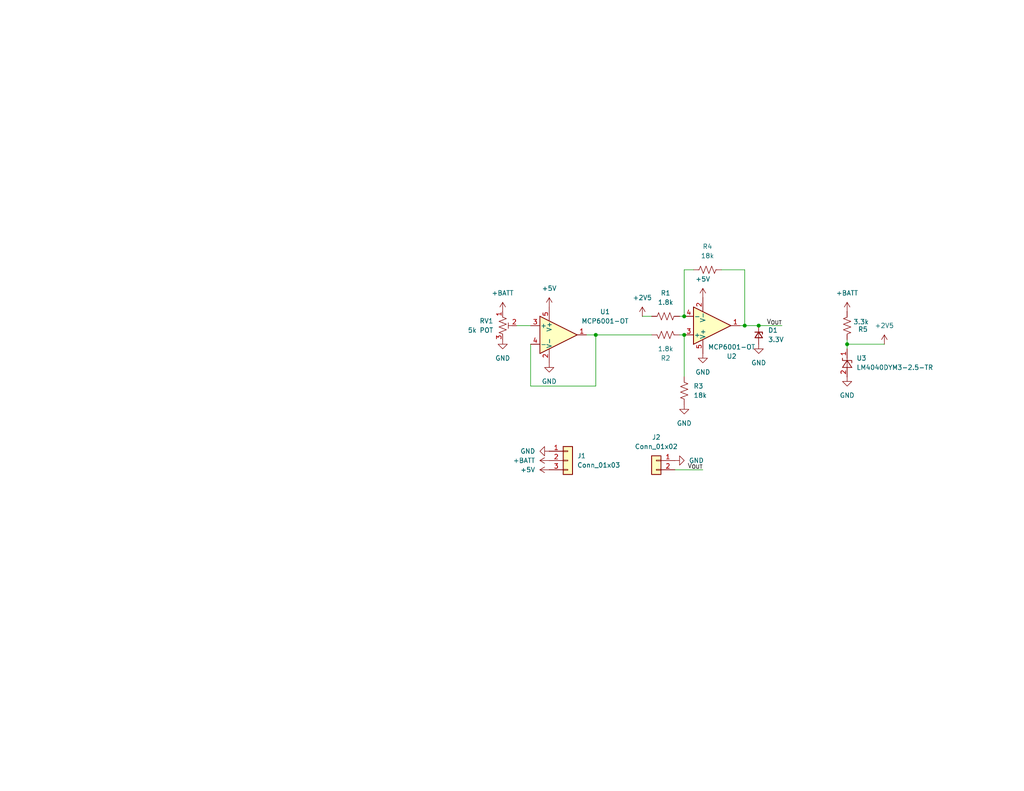
<source format=kicad_sch>
(kicad_sch (version 20231120) (generator "eeschema") (generator_version "8.0")
  (paper "USLetter")
  (title_block (rev "1") (comment 1 "Design for JLCPCB 1-2 Layer Service"))
  (lib_symbols
    (symbol "Amplifier_Operational:MCP6001-OT" (pin_names (offset 0.127))
      (property "Reference" "U" (at -1.27 6.35 0))
      (property "Value" "MCP6001-OT" (at -1.27 3.81 0))
      (symbol "MCP6001-OT_0_1"
        (polyline (pts (xy -5.08 5.08) (xy 5.08 0) (xy -5.08 -5.08) (xy -5.08 5.08)) (stroke (width 0.254)) (fill (type background)))
        (pin power_in line (at -2.54 -7.62 90) (length 3.81) (name "V-") (number "2"))
        (pin power_in line (at -2.54 7.62 270) (length 3.81) (name "V+") (number "5"))
      )
      (symbol "MCP6001-OT_1_1"
        (pin output line (at 7.62 0 180) (length 2.54) (name "~") (number "1"))
        (pin input line (at -7.62 2.54 0) (length 2.54) (name "+") (number "3"))
        (pin input line (at -7.62 -2.54 0) (length 2.54) (name "-") (number "4"))
      )
    )
    (symbol "Connector_Generic:Conn_01x02" (pin_names (offset 1.016) hide)
      (property "Reference" "J" (at 0 2.54 0))
      (property "Value" "Conn_01x02" (at 0 -5.08 0))
      (symbol "Conn_01x02_1_1"
        (rectangle (start -1.27 -2.413) (end 0 -2.667) (stroke (width 0.1524)))
        (rectangle (start -1.27 0.127) (end 0 -0.127) (stroke (width 0.1524)))
        (rectangle (start -1.27 1.27) (end 1.27 -3.81) (stroke (width 0.254)) (fill (type background)))
        (pin passive line (at -5.08 0 0) (length 3.81) (name "Pin_1") (number "1"))
        (pin passive line (at -5.08 -2.54 0) (length 3.81) (name "Pin_2") (number "2"))
      )
    )
    (symbol "Connector_Generic:Conn_01x03" (pin_names (offset 1.016) hide)
      (property "Reference" "J" (at 0 5.08 0))
      (property "Value" "Conn_01x03" (at 0 -5.08 0))
      (symbol "Conn_01x03_1_1"
        (rectangle (start -1.27 -2.413) (end 0 -2.667) (stroke (width 0.1524)))
        (rectangle (start -1.27 0.127) (end 0 -0.127) (stroke (width 0.1524)))
        (rectangle (start -1.27 2.667) (end 0 2.413) (stroke (width 0.1524)))
        (rectangle (start -1.27 3.81) (end 1.27 -3.81) (stroke (width 0.254)) (fill (type background)))
        (pin passive line (at -5.08 2.54 0) (length 3.81) (name "Pin_1") (number "1"))
        (pin passive line (at -5.08 0 0) (length 3.81) (name "Pin_2") (number "2"))
        (pin passive line (at -5.08 -2.54 0) (length 3.81) (name "Pin_3") (number "3"))
      )
    )
    (symbol "Device:D_Zener_Small" (pin_numbers hide) (pin_names (offset 0.254) hide)
      (property "Reference" "D" (at 0 2.286 0))
      (property "Value" "D_Zener_Small" (at 0 -2.286 0))
      (symbol "D_Zener_Small_0_1"
        (polyline (pts (xy 0.762 0) (xy -0.762 0)))
        (polyline (pts (xy -0.254 1.016) (xy -0.762 1.016) (xy -0.762 -1.016)) (stroke (width 0.254)))
        (polyline (pts (xy 0.762 1.016) (xy -0.762 0) (xy 0.762 -1.016) (xy 0.762 1.016)) (stroke (width 0.254)))
      )
      (symbol "D_Zener_Small_1_1"
        (pin passive line (at -2.54 0 0) (length 1.778) (name "K") (number "1"))
        (pin passive line (at 2.54 0 180) (length 1.778) (name "A") (number "2"))
      )
    )
    (symbol "Device:R_Potentiometer_Trim_US" (pin_names (offset 1.016) hide)
      (property "Reference" "RV" (at -4.445 0 90))
      (property "Value" "R_Potentiometer_Trim_US" (at -2.54 0 90))
      (symbol "R_Potentiometer_Trim_US_0_1"
        (polyline (pts (xy 0 -2.286) (xy 0 -2.54)))
        (polyline (pts (xy 0 2.286) (xy 0 2.54)))
        (polyline (pts (xy 1.524 0.762) (xy 1.524 -0.762)))
        (polyline (pts (xy 2.54 0) (xy 1.524 0)))
        (polyline (pts (xy 0 -0.762) (xy 1.016 -1.143) (xy 0 -1.524) (xy -1.016 -1.905) (xy 0 -2.286)))
        (polyline (pts (xy 0 0.762) (xy 1.016 0.381) (xy 0 0) (xy -1.016 -0.381) (xy 0 -0.762)))
        (polyline (pts (xy 0 2.286) (xy 1.016 1.905) (xy 0 1.524) (xy -1.016 1.143) (xy 0 0.762)))
      )
      (symbol "R_Potentiometer_Trim_US_1_1"
        (pin passive line (at 0 3.81 270) (length 1.27) (name "1") (number "1"))
        (pin passive line (at 3.81 0 180) (length 1.27) (name "2") (number "2"))
        (pin passive line (at 0 -3.81 90) (length 1.27) (name "3") (number "3"))
      )
    )
    (symbol "Device:R_US" (pin_numbers hide) (pin_names (offset 0))
      (property "Reference" "R" (at 2.54 0 90))
      (property "Value" "R_US" (at -2.54 0 90))
      (symbol "R_US_0_1"
        (polyline (pts (xy 0 -2.286) (xy 0 -2.54)))
        (polyline (pts (xy 0 2.286) (xy 0 2.54)))
        (polyline (pts (xy 0 -0.762) (xy 1.016 -1.143) (xy 0 -1.524) (xy -1.016 -1.905) (xy 0 -2.286)))
        (polyline (pts (xy 0 0.762) (xy 1.016 0.381) (xy 0 0) (xy -1.016 -0.381) (xy 0 -0.762)))
        (polyline (pts (xy 0 2.286) (xy 1.016 1.905) (xy 0 1.524) (xy -1.016 1.143) (xy 0 0.762)))
      )
      (symbol "R_US_1_1"
        (pin passive line (at 0 3.81 270) (length 1.27) (name "~") (number "1"))
        (pin passive line (at 0 -3.81 90) (length 1.27) (name "~") (number "2"))
      )
    )
    (symbol "Reference_Voltage:LM4040DBZ-2.5" (pin_names (offset 0.0254) hide)
      (property "Reference" "U" (at 0 2.54 0))
      (property "Value" "LM4040DBZ-2.5" (at 0 -3.175 0))
      (symbol "LM4040DBZ-2.5_0_1"
        (polyline (pts (xy -1.27 0) (xy 0 0) (xy 1.27 0)))
        (polyline (pts (xy -1.27 -1.27) (xy 0.635 0) (xy -1.27 1.27) (xy -1.27 -1.27)) (stroke (width 0.2032)))
        (polyline (pts (xy 0 -1.27) (xy 0.635 -1.27) (xy 0.635 1.27) (xy 1.27 1.27)) (stroke (width 0.2032)))
      )
      (symbol "LM4040DBZ-2.5_1_1"
        (pin passive line (at 3.81 0 180) (length 2.54) (name "K") (number "1"))
        (pin passive line (at -3.81 0 0) (length 2.54) (name "A") (number "2"))
        (pin no_connect line (at -1.27 0 0) (length 2.54) hide (name "NC") (number "3"))
      )
    )
    (symbol "power:+2V5" (power) (pin_numbers hide) (pin_names (offset 0) hide)
      (property "Value" "+2V5" (at 0 3.556 0))
      (symbol "+2V5_0_1"
        (polyline (pts (xy -0.762 1.27) (xy 0 2.54)))
        (polyline (pts (xy 0 0) (xy 0 2.54)))
        (polyline (pts (xy 0 2.54) (xy 0.762 1.27)))
      )
      (symbol "+2V5_1_1"
        (pin power_in line (at 0 0 90) (length 0) (name "~") (number "1"))
      )
    )
    (symbol "power:+5V" (power) (pin_numbers hide) (pin_names (offset 0) hide)
      (property "Value" "+5V" (at 0 3.556 0))
      (symbol "+5V_0_1"
        (polyline (pts (xy -0.762 1.27) (xy 0 2.54)))
        (polyline (pts (xy 0 0) (xy 0 2.54)))
        (polyline (pts (xy 0 2.54) (xy 0.762 1.27)))
      )
      (symbol "+5V_1_1"
        (pin power_in line (at 0 0 90) (length 0) (name "~") (number "1"))
      )
    )
    (symbol "power:+BATT" (power) (pin_numbers hide) (pin_names (offset 0) hide)
      (property "Value" "+BATT" (at 0 3.556 0))
      (symbol "+BATT_0_1"
        (polyline (pts (xy -0.762 1.27) (xy 0 2.54)))
        (polyline (pts (xy 0 0) (xy 0 2.54)))
        (polyline (pts (xy 0 2.54) (xy 0.762 1.27)))
      )
      (symbol "+BATT_1_1"
        (pin power_in line (at 0 0 90) (length 0) (name "~") (number "1"))
      )
    )
    (symbol "power:GND" (power) (pin_numbers hide) (pin_names (offset 0) hide)
      (property "Value" "GND" (at 0 -3.81 0))
      (symbol "GND_0_1"
        (polyline (pts (xy 0 0) (xy 0 -1.27) (xy 1.27 -1.27) (xy 0 -2.54) (xy -1.27 -1.27) (xy 0 -1.27)))
      )
      (symbol "GND_1_1"
        (pin power_in line (at 0 0 270) (length 0) (name "~") (number "1"))
      )
    )
  )
  (junction (at 231.14 93.98))
  (junction (at 207.01 88.9))
  (junction (at 203.2 88.9))
  (junction (at 162.56 91.44))
  (junction (at 186.69 91.44))
  (junction (at 186.69 86.36))
  (wire (pts (xy 191.77 128.27) (xy 184.15 128.27)))
  (wire (pts (xy 160.02 91.44) (xy 162.56 91.44)))
  (wire (pts (xy 189.23 73.66) (xy 186.69 73.66)))
  (wire (pts (xy 186.69 102.87) (xy 186.69 91.44)))
  (wire (pts (xy 241.3 93.98) (xy 231.14 93.98)))
  (wire (pts (xy 231.14 93.98) (xy 231.14 92.71)))
  (wire (pts (xy 196.85 73.66) (xy 203.2 73.66)))
  (wire (pts (xy 144.78 105.41) (xy 162.56 105.41)))
  (wire (pts (xy 185.42 86.36) (xy 186.69 86.36)))
  (wire (pts (xy 162.56 91.44) (xy 177.8 91.44)))
  (wire (pts (xy 162.56 105.41) (xy 162.56 91.44)))
  (wire (pts (xy 203.2 73.66) (xy 203.2 88.9)))
  (wire (pts (xy 231.14 95.25) (xy 231.14 93.98)))
  (wire (pts (xy 175.26 86.36) (xy 177.8 86.36)))
  (wire (pts (xy 207.01 88.9) (xy 203.2 88.9)))
  (wire (pts (xy 140.97 88.9) (xy 144.78 88.9)))
  (wire (pts (xy 185.42 91.44) (xy 186.69 91.44)))
  (wire (pts (xy 213.36 88.9) (xy 207.01 88.9)))
  (wire (pts (xy 186.69 73.66) (xy 186.69 86.36)))
  (wire (pts (xy 144.78 93.98) (xy 144.78 105.41)))
  (wire (pts (xy 203.2 88.9) (xy 201.93 88.9)))
  (label "V_{OUT}" (at 213.36 88.9 180))
  (label "V_{OUT}" (at 191.77 128.27 180))
  (symbol (lib_id "power:+BATT") (at 149.86 125.73 90) (unit 1)
    (property "Reference" "#PWR013" (effects (hide yes)))
    (property "Value" "+BATT" (at 146.05 125.7299 90) (effects (justify left)))
    (property "Description" "Power symbol creates a global label with name \"+BATT\"" (effects (hide yes)))
  )
  (symbol (lib_id "power:+2V5") (at 175.26 86.36 0) (unit 1)
    (property "Reference" "#PWR08" (effects (hide yes)))
    (property "Value" "+2V5" (at 175.26 81.28 0))
    (property "Description" "Power symbol creates a global label with name \"+2V5\"" (effects (hide yes)))
  )
  (symbol (lib_id "power:GND") (at 149.86 99.06 0) (unit 1)
    (property "Reference" "#PWR03" (effects (hide yes)))
    (property "Value" "GND" (at 149.86 104.14 0))
    (property "Description" "Power symbol creates a global label with name \"GND\" , ground" (effects (hide yes)))
  )
  (symbol (lib_id "power:+5V") (at 191.77 81.28 0) (unit 1)
    (property "Reference" "#PWR04" (effects (hide yes)))
    (property "Value" "+5V" (at 191.77 76.2 0))
    (property "Description" "Power symbol creates a global label with name \"+5V\"" (effects (hide yes)))
  )
  (symbol (lib_id "Device:R_Potentiometer_Trim_US") (at 137.16 88.9 0) (unit 1)
    (property "Reference" "RV1" (at 134.62 87.6299 0) (effects (justify right)))
    (property "Value" "5k POT" (at 134.62 90.1699 0) (effects (justify right)))
    (property "Footprint" "SJSU_common:Potentiometer_Bourns_3361P_Vertical" (effects (hide yes)))
    (property "Description" "Trim-potentiometer, US symbol" (effects (hide yes)))
  )
  (symbol (lib_id "power:GND") (at 231.14 102.87 0) (unit 1)
    (property "Reference" "#PWR011" (effects (hide yes)))
    (property "Value" "GND" (at 231.14 107.95 0))
    (property "Description" "Power symbol creates a global label with name \"GND\" , ground" (effects (hide yes)))
  )
  (symbol (lib_id "power:+5V") (at 149.86 128.27 90) (unit 1)
    (property "Reference" "#PWR014" (effects (hide yes)))
    (property "Value" "+5V" (at 146.05 128.2699 90) (effects (justify left)))
    (property "Description" "Power symbol creates a global label with name \"+5V\"" (effects (hide yes)))
  )
  (symbol (lib_id "Device:R_US") (at 193.04 73.66 90) (unit 1)
    (property "Reference" "R4" (at 193.04 67.31 90))
    (property "Value" "18k" (at 193.04 69.85 90))
    (property "Footprint" "Resistor_SMD:R_0603_1608Metric" (effects (hide yes)))
    (property "Description" "Resistor, US symbol" (effects (hide yes)))
  )
  (symbol (lib_id "power:GND") (at 137.16 92.71 0) (unit 1)
    (property "Reference" "#PWR06" (effects (hide yes)))
    (property "Value" "GND" (at 137.16 97.79 0))
    (property "Description" "Power symbol creates a global label with name \"GND\" , ground" (effects (hide yes)))
  )
  (symbol (lib_id "power:GND") (at 149.86 123.19 270) (unit 1)
    (property "Reference" "#PWR012" (effects (hide yes)))
    (property "Value" "GND" (at 146.05 123.1899 90) (effects (justify right)))
    (property "Description" "Power symbol creates a global label with name \"GND\" , ground" (effects (hide yes)))
  )
  (symbol (lib_id "Device:R_US") (at 181.61 91.44 90) (mirror x) (unit 1)
    (property "Reference" "R2" (at 181.61 97.79 90))
    (property "Value" "1.8k" (at 181.61 95.25 90))
    (property "Footprint" "Resistor_SMD:R_0603_1608Metric" (effects (hide yes)))
    (property "Description" "Resistor, US symbol" (effects (hide yes)))
  )
  (symbol (lib_id "Device:R_US") (at 186.69 106.68 180) (unit 1)
    (property "Reference" "R3" (at 189.23 105.4099 0) (effects (justify right)))
    (property "Value" "18k" (at 189.23 107.9499 0) (effects (justify right)))
    (property "Footprint" "Resistor_SMD:R_0603_1608Metric" (effects (hide yes)))
    (property "Description" "Resistor, US symbol" (effects (hide yes)))
  )
  (symbol (lib_id "Connector_Generic:Conn_01x02") (at 179.07 125.73 0) (mirror y) (unit 1)
    (property "Reference" "J2" (at 179.07 119.38 0))
    (property "Value" "Conn_01x02" (at 179.07 121.92 0))
    (property "Footprint" "Connector_PinHeader_2.54mm:PinHeader_1x02_P2.54mm_Vertical" (effects (hide yes)))
    (property "Description" "Generic connector, single row, 01x02, script generated (kicad-library-utils/schlib/autogen/connector/)" (effects (hide yes)))
  )
  (symbol (lib_id "power:GND") (at 184.15 125.73 90) (unit 1)
    (property "Reference" "#PWR015" (effects (hide yes)))
    (property "Value" "GND" (at 187.96 125.7299 90) (effects (justify right)))
    (property "Description" "Power symbol creates a global label with name \"GND\" , ground" (effects (hide yes)))
  )
  (symbol (lib_id "Reference_Voltage:LM4040DBZ-2.5") (at 231.14 99.06 90) (unit 1)
    (property "Reference" "U3" (at 233.68 97.7899 90) (effects (justify right)))
    (property "Value" "LM4040DYM3-2.5-TR" (at 233.68 100.3299 90) (effects (justify right)))
    (property "Footprint" "Package_TO_SOT_SMD:SOT-23" (effects (hide yes)))
    (property "Datasheet" "http://www.ti.com/lit/ds/symlink/lm4040-n.pdf" (effects (hide yes)))
    (property "Description" "2.500V Precision Micropower Shunt Voltage Reference, SOT-23" (effects (hide yes)))
  )
  (symbol (lib_id "power:GND") (at 207.01 93.98 0) (unit 1)
    (property "Reference" "#PWR016" (effects (hide yes)))
    (property "Value" "GND" (at 207.01 99.06 0))
    (property "Description" "Power symbol creates a global label with name \"GND\" , ground" (effects (hide yes)))
  )
  (symbol (lib_id "power:GND") (at 186.69 110.49 0) (unit 1)
    (property "Reference" "#PWR02" (effects (hide yes)))
    (property "Value" "GND" (at 186.69 115.57 0))
    (property "Description" "Power symbol creates a global label with name \"GND\" , ground" (effects (hide yes)))
  )
  (symbol (lib_id "Device:R_US") (at 231.14 88.9 0) (mirror x) (unit 1)
    (property "Reference" "R5" (at 235.458 89.916 0))
    (property "Value" "3.3k" (at 234.95 87.884 0))
    (property "Footprint" "Resistor_SMD:R_0603_1608Metric" (effects (hide yes)))
    (property "Description" "Resistor, US symbol" (effects (hide yes)))
  )
  (symbol (lib_id "Connector_Generic:Conn_01x03") (at 154.94 125.73 0) (unit 1)
    (property "Reference" "J1" (at 157.48 124.4599 0) (effects (justify left)))
    (property "Value" "Conn_01x03" (at 157.48 126.9999 0) (effects (justify left)))
    (property "Footprint" "Connector_PinSocket_2.54mm:PinSocket_1x03_P2.54mm_Vertical" (effects (hide yes)))
    (property "Description" "Generic connector, single row, 01x03, script generated (kicad-library-utils/schlib/autogen/connector/)" (effects (hide yes)))
  )
  (symbol (lib_id "power:+5V") (at 149.86 83.82 0) (unit 1)
    (property "Reference" "#PWR01" (effects (hide yes)))
    (property "Value" "+5V" (at 149.86 78.74 0))
    (property "Description" "Power symbol creates a global label with name \"+5V\"" (effects (hide yes)))
  )
  (symbol (lib_id "power:GND") (at 191.77 96.52 0) (unit 1)
    (property "Reference" "#PWR05" (effects (hide yes)))
    (property "Value" "GND" (at 191.77 101.6 0))
    (property "Description" "Power symbol creates a global label with name \"GND\" , ground" (effects (hide yes)))
  )
  (symbol (lib_id "Device:R_US") (at 181.61 86.36 90) (unit 1)
    (property "Reference" "R1" (at 181.61 80.01 90))
    (property "Value" "1.8k" (at 181.61 82.55 90))
    (property "Footprint" "Resistor_SMD:R_0603_1608Metric" (effects (hide yes)))
    (property "Description" "Resistor, US symbol" (effects (hide yes)))
  )
  (symbol (lib_id "power:+BATT") (at 231.14 85.09 0) (unit 1)
    (property "Reference" "#PWR010" (effects (hide yes)))
    (property "Value" "+BATT" (at 231.14 80.01 0))
    (property "Description" "Power symbol creates a global label with name \"+BATT\"" (effects (hide yes)))
  )
  (symbol (lib_id "Amplifier_Operational:MCP6001-OT") (at 152.4 91.44 0) (unit 1)
    (property "Reference" "U1" (at 165.1 85.1214 0))
    (property "Value" "MCP6001-OT" (at 165.1 87.6614 0))
    (property "Footprint" "Package_TO_SOT_SMD:SOT-23-5" (effects (hide yes)))
    (property "Datasheet" "https://ww1.microchip.com/downloads/en/DeviceDoc/MCP6001-1R-1U-2-4-1-MHz-Low-Power-Op-Amp-DS20001733L.pdf" (effects (hide yes)))
    (property "Description" "1MHz, Low-Power Op Amp, SOT-23-5" (effects (hide yes)))
  )
  (symbol (lib_id "Device:D_Zener_Small") (at 207.01 91.44 270) (unit 1)
    (property "Reference" "D1" (at 209.55 90.1699 90) (effects (justify left)))
    (property "Value" "3.3V" (at 209.55 92.7099 90) (effects (justify left)))
    (property "Footprint" "Diode_SMD:D_SOD-123" (effects (hide yes)))
    (property "Description" "Zener diode, small symbol" (effects (hide yes)))
  )
  (symbol (lib_id "Amplifier_Operational:MCP6001-OT") (at 194.31 88.9 0) (mirror x) (unit 1)
    (property "Reference" "U2" (at 199.644 97.282 0))
    (property "Value" "MCP6001-OT" (at 199.644 94.742 0))
    (property "Footprint" "Package_TO_SOT_SMD:SOT-23-5" (effects (hide yes)))
    (property "Datasheet" "https://ww1.microchip.com/downloads/en/DeviceDoc/MCP6001-1R-1U-2-4-1-MHz-Low-Power-Op-Amp-DS20001733L.pdf" (effects (hide yes)))
    (property "Description" "1MHz, Low-Power Op Amp, SOT-23-5" (effects (hide yes)))
  )
  (symbol (lib_id "power:+BATT") (at 137.16 85.09 0) (unit 1)
    (property "Reference" "#PWR07" (effects (hide yes)))
    (property "Value" "+BATT" (at 137.16 80.01 0))
    (property "Description" "Power symbol creates a global label with name \"+BATT\"" (effects (hide yes)))
  )
  (symbol (lib_id "power:+2V5") (at 241.3 93.98 0) (unit 1)
    (property "Reference" "#PWR09" (effects (hide yes)))
    (property "Value" "+2V5" (at 241.3 88.9 0))
    (property "Description" "Power symbol creates a global label with name \"+2V5\"" (effects (hide yes)))
  )
)
</source>
